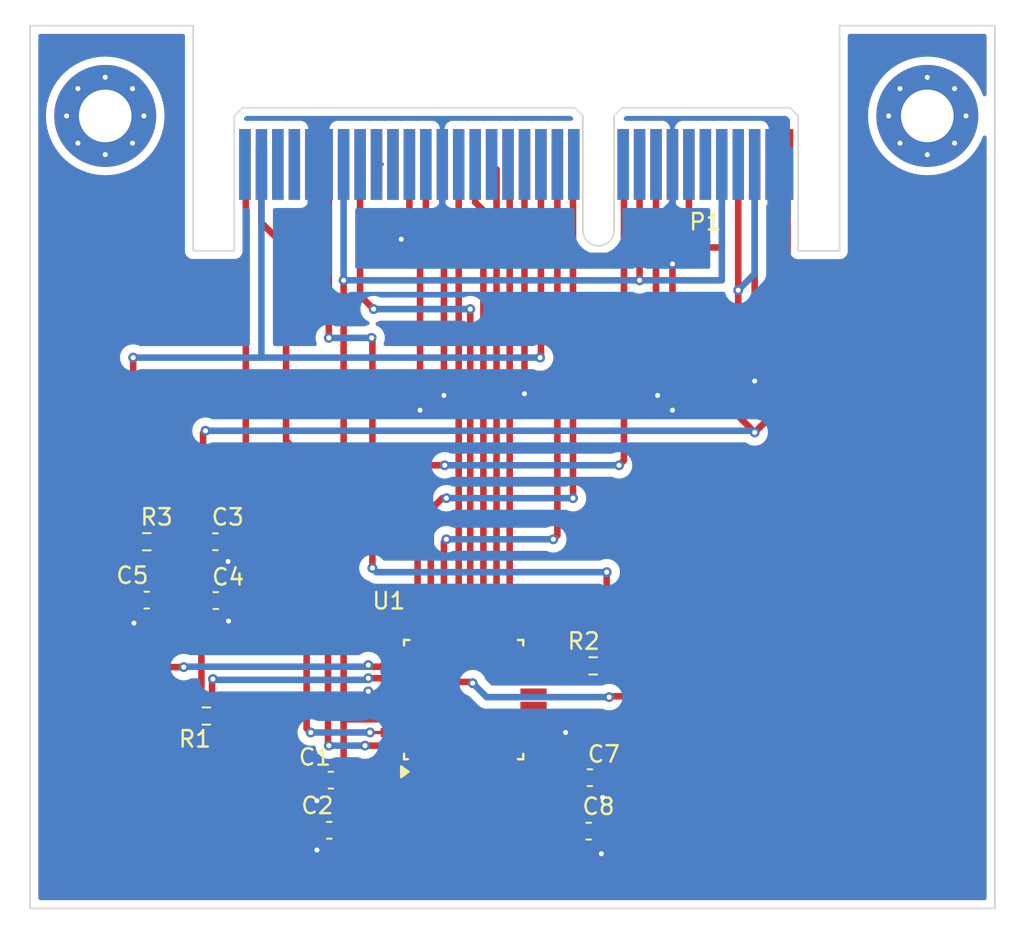
<source format=kicad_pcb>
(kicad_pcb (version 20240108) (generator "pcbnew") (generator_version "8.0")
  (layers (0 "F.Cu" signal) (31 "B.Cu" signal) (34 "B.Paste" user) (35 "F.Paste" user) (36 "B.SilkS" user "B.Silkscreen") (37 "F.SilkS" user "F.Silkscreen") (38 "B.Mask" user) (39 "F.Mask" user) (44 "Edge.Cuts" user))
  (net 0 "")
  (net 1 "GND")
  (net 2 "+3V3")
  (net 3 "/SHUNTH")
  (net 4 "Net-(U1-~{RESET})")
  (net 5 "/VDDCORE")
  (net 6 "Net-(P1-CLKOUT)")
  (net 7 "/XIN")
  (net 8 "/RST")
  (net 11 "/SWCLK")
  (net 12 "/GPIO4")
  (net 14 "/RX")
  (net 15 "/TX")
  (net 18 "/SWDIO")
  (net 21 "/GPIO3")
  (net 22 "/LED3")
  (net 27 "/LED1")
  (net 32 "/ENTRY")
  (net 33 "/LED2")
  (net 37 "+1V2")
  (net 51 "unconnected-(P1-TRACED2-PadA24)")
  (footprint "Resistor_SMD:R_0603_1608Metric" (layer "F.Cu") (at 156.88 87.645 180)
    (property "Reference" "R1" (at 0.7 -1.4 0) (layer "F.SilkS"))
    (property "Value" "22R_0603")
    (fp_line (start -0.237258 0.5225) (end 0.237258 0.5225) (stroke (width 0.12)) (layer "F.SilkS"))
    (fp_line (start -0.237258 -0.5225) (end 0.237258 -0.5225) (stroke (width 0.12)) (layer "F.SilkS"))
    (pad "1" smd roundrect (at -0.825 0 180) (size 0.8 0.95) (layers "F.Cu" "F.Paste" "F.Mask") (net 5 "/VDDCORE"))
    (pad "2" smd roundrect (at 0.825 0 180) (size 0.8 0.95) (layers "F.Cu" "F.Paste" "F.Mask") (net 3 "/SHUNTH"))
  )
  (footprint "Capacitor_SMD:C_0603_1608Metric" (layer "F.Cu") (at 157.455 80.62)
    (property "Reference" "C4" (at 0.75 -1.43 0) (layer "F.SilkS"))
    (property "Value" "CAP_2u2_16V_0603")
    (fp_line (start -0.14058 -0.51) (end 0.14058 -0.51) (stroke (width 0.12)) (layer "F.SilkS"))
    (fp_line (start -0.14058 0.51) (end 0.14058 0.51) (stroke (width 0.12)) (layer "F.SilkS"))
    (pad "1" smd roundrect (at -0.775 0) (size 0.9 0.95) (layers "F.Cu" "F.Paste" "F.Mask") (net 3 "/SHUNTH"))
    (pad "2" smd roundrect (at 0.775 0) (size 0.9 0.95) (layers "F.Cu" "F.Paste" "F.Mask") (net 1 "GND"))
  )
  (footprint "Capacitor_SMD:C_0603_1608Metric" (layer "F.Cu") (at 164.455 91.545 180)
    (property "Reference" "C1" (at 0.975 1.4 0) (layer "F.SilkS"))
    (property "Value" "CAP_100n_50V_0603")
    (fp_line (start -0.14058 0.51) (end 0.14058 0.51) (stroke (width 0.12)) (layer "F.SilkS"))
    (fp_line (start -0.14058 -0.51) (end 0.14058 -0.51) (stroke (width 0.12)) (layer "F.SilkS"))
    (pad "1" smd roundrect (at -0.775 0 180) (size 0.9 0.95) (layers "F.Cu" "F.Paste" "F.Mask") (net 2 "+3V3"))
    (pad "2" smd roundrect (at 0.775 0 180) (size 0.9 0.95) (layers "F.Cu" "F.Paste" "F.Mask") (net 1 "GND"))
  )
  (footprint "Resistor_SMD:R_0603_1608Metric" (layer "F.Cu") (at 180.405 84.595 180)
    (property "Reference" "R2" (at 0.575 1.5 0) (layer "F.SilkS"))
    (property "Value" "22R_0603")
    (fp_line (start -0.237258 0.5225) (end 0.237258 0.5225) (stroke (width 0.12)) (layer "F.SilkS"))
    (fp_line (start -0.237258 -0.5225) (end 0.237258 -0.5225) (stroke (width 0.12)) (layer "F.SilkS"))
    (pad "1" smd roundrect (at -0.825 0 180) (size 0.8 0.95) (layers "F.Cu" "F.Paste" "F.Mask") (net 6 "Net-(P1-CLKOUT)"))
    (pad "2" smd roundrect (at 0.825 0 180) (size 0.8 0.95) (layers "F.Cu" "F.Paste" "F.Mask") (net 7 "/XIN"))
  )
  (footprint "Capacitor_SMD:C_0603_1608Metric" (layer "F.Cu") (at 180.13 94.645)
    (property "Reference" "C8" (at 0.6 -1.5 0) (layer "F.SilkS"))
    (property "Value" "CAP_2u2_16V_0603")
    (fp_line (start -0.14058 -0.51) (end 0.14058 -0.51) (stroke (width 0.12)) (layer "F.SilkS"))
    (fp_line (start -0.14058 0.51) (end 0.14058 0.51) (stroke (width 0.12)) (layer "F.SilkS"))
    (pad "1" smd roundrect (at -0.775 0) (size 0.9 0.95) (layers "F.Cu" "F.Paste" "F.Mask") (net 2 "+3V3"))
    (pad "2" smd roundrect (at 0.775 0) (size 0.9 0.95) (layers "F.Cu" "F.Paste" "F.Mask") (net 1 "GND"))
  )
  (footprint "Capacitor_SMD:C_0603_1608Metric" (layer "F.Cu") (at 153.255 80.595 180)
    (property "Reference" "C5" (at 0.875 1.5 0) (layer "F.SilkS"))
    (property "Value" "CAP_100n_50V_0603")
    (fp_line (start -0.14058 0.51) (end 0.14058 0.51) (stroke (width 0.12)) (layer "F.SilkS"))
    (fp_line (start -0.14058 -0.51) (end 0.14058 -0.51) (stroke (width 0.12)) (layer "F.SilkS"))
    (pad "1" smd roundrect (at -0.775 0 180) (size 0.9 0.95) (layers "F.Cu" "F.Paste" "F.Mask") (net 4 "Net-(U1-~{RESET})"))
    (pad "2" smd roundrect (at 0.775 0 180) (size 0.9 0.95) (layers "F.Cu" "F.Paste" "F.Mask") (net 1 "GND"))
  )
  (footprint "Capacitor_SMD:C_0603_1608Metric" (layer "F.Cu") (at 157.43 77.045)
    (property "Reference" "C3" (at 0.75 -1.5 0) (layer "F.SilkS"))
    (property "Value" "CAP_100n_50V_0603")
    (fp_line (start -0.14058 -0.51) (end 0.14058 -0.51) (stroke (width 0.12)) (layer "F.SilkS"))
    (fp_line (start -0.14058 0.51) (end 0.14058 0.51) (stroke (width 0.12)) (layer "F.SilkS"))
    (pad "1" smd roundrect (at -0.775 0) (size 0.9 0.95) (layers "F.Cu" "F.Paste" "F.Mask") (net 3 "/SHUNTH"))
    (pad "2" smd roundrect (at 0.775 0) (size 0.9 0.95) (layers "F.Cu" "F.Paste" "F.Mask") (net 1 "GND"))
  )
  (footprint "tutorial_2_library:CW312_Template" (layer "F.Cu") (at 150.73 51.145)
    (property "Reference" "P1" (at 36.5 6.45 180) (layer "F.SilkS"))
    (property "Value" "PCIEx4 EDGE CONNECTOR")
    (fp_line (start -4.57 -5.49) (end -4.57 48.2) (stroke (width 0.1)) (layer "Edge.Cuts"))
    (fp_line (start 5.35 -5.49) (end -4.57 -5.49) (stroke (width 0.1)) (layer "Edge.Cuts"))
    (fp_line (start 5.35 8.2) (end 5.35 -5.49) (stroke (width 0.1)) (layer "Edge.Cuts"))
    (fp_line (start 7.85 0) (end 8.35 -0.5) (stroke (width 0.1)) (layer "Edge.Cuts"))
    (fp_line (start 7.85 8.2) (end 5.35 8.2) (stroke (width 0.1)) (layer "Edge.Cuts"))
    (fp_line (start 7.85 8.2) (end 7.85 0) (stroke (width 0.1)) (layer "Edge.Cuts"))
    (fp_line (start 28.55 -0.5) (end 8.35 -0.5) (stroke (width 0.1)) (layer "Edge.Cuts"))
    (fp_line (start 29.05 0) (end 28.55 -0.5) (stroke (width 0.1)) (layer "Edge.Cuts"))
    (fp_line (start 29.05 6.95) (end 29.05 0) (stroke (width 0.1)) (layer "Edge.Cuts"))
    (fp_line (start 30.95 0) (end 31.45 -0.5) (stroke (width 0.1)) (layer "Edge.Cuts"))
    (fp_line (start 30.95 6.95) (end 30.95 0) (stroke (width 0.1)) (layer "Edge.Cuts"))
    (fp_line (start 41.65 -0.5) (end 31.45 -0.5) (stroke (width 0.1)) (layer "Edge.Cuts"))
    (fp_line (start 42.15 0) (end 41.65 -0.5) (stroke (width 0.1)) (layer "Edge.Cuts"))
    (fp_line (start 42.15 8.21) (end 42.15 0) (stroke (width 0.1)) (layer "Edge.Cuts"))
    (fp_line (start 42.15 8.21) (end 44.66 8.21) (stroke (width 0.1)) (layer "Edge.Cuts"))
    (fp_line (start 44.66 -5.49) (end 54.11 -5.49) (stroke (width 0.1)) (layer "Edge.Cuts"))
    (fp_line (start 44.66 8.21) (end 44.66 -5.49) (stroke (width 0.1)) (layer "Edge.Cuts"))
    (fp_line (start 54.11 -5.49) (end 54.11 48.2) (stroke (width 0.1)) (layer "Edge.Cuts"))
    (fp_line (start 54.11 48.2) (end -4.57 48.2) (stroke (width 0.1)) (layer "Edge.Cuts"))
    (fp_arc (start 30.95 6.95) (mid 30 7.9) (end 29.05 6.95) (stroke (width 0.1)) (layer "Edge.Cuts"))
    (pad "A1" connect rect (at 41.5 3.5 180) (size 0.7 3.2) (layers "B.Cu" "B.Mask") (net 1 "GND"))
    (pad "A2" connect rect (at 40.5 2.95 180) (size 0.7 4.3) (layers "B.Cu" "B.Mask") (net 1 "GND"))
    (pad "A3" connect rect (at 39.5 2.95 180) (size 0.7 4.3) (layers "B.Cu" "B.Mask") (net 3 "/SHUNTH"))
    (pad "A4" connect rect (at 38.5 2.95 180) (size 0.7 4.3) (layers "B.Cu" "B.Mask"))
    (pad "A5" connect rect (at 37.5 2.95 180) (size 0.7 4.3) (layers "B.Cu" "B.Mask") (net 2 "+3V3"))
    (pad "A6" connect rect (at 36.5 2.95 180) (size 0.7 4.3) (layers "B.Cu" "B.Mask"))
    (pad "A7" connect rect (at 35.5 2.95 180) (size 0.7 4.3) (layers "B.Cu" "B.Mask"))
    (pad "A8" connect rect (at 34.5 2.95 180) (size 0.7 4.3) (layers "B.Cu" "B.Mask") (net 1 "GND"))
    (pad "A9" connect rect (at 33.5 2.95 180) (size 0.7 4.3) (layers "B.Cu" "B.Mask"))
    (pad "A10" connect rect (at 32.5 2.95 180) (size 0.7 4.3) (layers "B.Cu" "B.Mask"))
    (pad "A11" connect rect (at 31.5 2.95 180) (size 0.7 4.3) (layers "B.Cu" "B.Mask"))
    (pad "A12" connect rect (at 28.5 2.95 180) (size 0.7 4.3) (layers "B.Cu" "B.Mask"))
    (pad "A13" connect rect (at 27.5 2.95 180) (size 0.7 4.3) (layers "B.Cu" "B.Mask"))
    (pad "A14" connect rect (at 26.5 2.95 180) (size 0.7 4.3) (layers "B.Cu" "B.Mask"))
    (pad "A15" connect rect (at 25.5 2.95 180) (size 0.7 4.3) (layers "B.Cu" "B.Mask"))
    (pad "A16" connect rect (at 24.5 2.95 180) (size 0.7 4.3) (layers "B.Cu" "B.Mask"))
    (pad "A17" connect rect (at 23.5 2.95 180) (size 0.7 4.3) (layers "B.Cu" "B.Mask"))
    (pad "A18" connect rect (at 22.5 2.95 180) (size 0.7 4.3) (layers "B.Cu" "B.Mask"))
    (pad "A19" connect rect (at 21.5 2.95 180) (size 0.7 4.3) (layers "B.Cu" "B.Mask"))
    (pad "A20" connect rect (at 20.5 2.95 180) (size 0.7 4.3) (layers "B.Cu" "B.Mask") (net 1 "GND"))
    (pad "A21" connect rect (at 19.5 2.95 180) (size 0.7 4.3) (layers "B.Cu" "B.Mask"))
    (pad "A22" connect rect (at 18.5 2.95 180) (size 0.7 4.3) (layers "B.Cu" "B.Mask"))
    (pad "A23" connect rect (at 17.5 2.95 180) (size 0.7 4.3) (layers "B.Cu" "B.Mask"))
    (pad "A24" connect rect (at 16.5 2.95 180) (size 0.7 4.3) (layers "B.Cu" "B.Mask") (net 51 "unconnected-(P1-TRACED2-PadA24)"))
    (pad "A25" connect rect (at 15.5 2.95 180) (size 0.7 4.3) (layers "B.Cu" "B.Mask"))
    (pad "A26" connect rect (at 14.5 2.95 180) (size 0.7 4.3) (layers "B.Cu" "B.Mask") (net 2 "+3V3"))
    (pad "A27" connect rect (at 13.5 2.95 180) (size 0.7 4.3) (layers "B.Cu" "B.Mask") (net 1 "GND"))
    (pad "A28" connect rect (at 12.5 2.95 180) (size 0.7 4.3) (layers "B.Cu" "B.Mask") (net 1 "GND"))
    (pad "A29" connect rect (at 11.5 2.95 180) (size 0.7 4.3) (layers "B.Cu" "B.Mask"))
    (pad "A30" connect rect (at 10.5 2.95 180) (size 0.7 4.3) (layers "B.Cu" "B.Mask"))
    (pad "A31" connect rect (at 9.5 2.95 180) (size 0.7 4.3) (layers "B.Cu" "B.Mask") (net 8 "/RST"))
    (pad "A32" connect rect (at 8.5 2.95 180) (size 0.7 4.3) (layers "B.Cu" "B.Mask"))
    (pad "B1" connect rect (at 41.5 2.95 180) (size 0.7 4.3) (layers "F.Cu" "F.Mask") (net 5 "/VDDCORE"))
    (pad "B2" connect rect (at 40.5 2.95 180) (size 0.7 4.3) (layers "F.Cu" "F.Mask") (net 3 "/SHUNTH"))
    (pad "B3" connect rect (at 39.5 2.95 180) (size 0.7 4.3) (layers "F.Cu" "F.Mask") (net 1 "GND"))
    (pad "B4" connect rect (at 38.5 2.95 180) (size 0.7 4.3) (layers "F.Cu" "F.Mask") (net 3 "/SHUNTH"))
    (pad "B5" connect rect (at 37.5 2.95 180) (size 0.7 4.3) (layers "F.Cu" "F.Mask") (net 37 "+1V2"))
    (pad "B6" connect rect (at 36.5 2.95 180) (size 0.7 4.3) (layers "F.Cu" "F.Mask"))
    (pad "B7" connect rect (at 35.5 2.95 180) (size 0.7 4.3) (layers "F.Cu" "F.Mask") (net 37 "+1V2"))
    (pad "B8" connect rect (at 34.5 2.95 180) (size 0.7 4.3) (layers "F.Cu" "F.Mask"))
    (pad "B9" connect rect (at 33.5 2.95 180) (size 0.7 4.3) (layers "F.Cu" "F.Mask") (net 1 "GND"))
    (pad "B10" connect rect (at 32.5 2.95 180) (size 0.7 4.3) (layers "F.Cu" "F.Mask") (net 2 "+3V3"))
    (pad "B11" connect rect (at 31.5 2.95 180) (size 0.7 4.3) (layers "F.Cu" "F.Mask") (net 27 "/LED1"))
    (pad "B12" connect rect (at 28.5 2.95 180) (size 0.7 4.3) (layers "F.Cu" "F.Mask") (net 33 "/LED2"))
    (pad "B13" connect rect (at 27.5 2.95 180) (size 0.7 4.3) (layers "F.Cu" "F.Mask") (net 22 "/LED3"))
    (pad "B14" connect rect (at 26.5 2.95 180) (size 0.7 4.3) (layers "F.Cu" "F.Mask") (net 8 "/RST"))
    (pad "B15" connect rect (at 25.5 2.95 180) (size 0.7 4.3) (layers "F.Cu" "F.Mask") (net 1 "GND"))
    (pad "B16" connect rect (at 24.5 2.95 180) (size 0.7 4.3) (layers "F.Cu" "F.Mask") (net 15 "/TX"))
    (pad "B17" connect rect (at 23.5 2.95 180) (size 0.7 4.3) (layers "F.Cu" "F.Mask") (net 14 "/RX"))
    (pad "B18" connect rect (at 22.5 2.95 180) (size 0.7 4.3) (layers "F.Cu" "F.Mask") (net 21 "/GPIO3"))
    (pad "B19" connect rect (at 21.5 2.95 180) (size 0.7 4.3) (layers "F.Cu" "F.Mask") (net 12 "/GPIO4"))
    (pad "B20" connect rect (at 20.5 2.95 180) (size 0.7 4.3) (layers "F.Cu" "F.Mask"))
    (pad "B21" connect rect (at 19.5 2.95 180) (size 0.7 4.3) (layers "F.Cu" "F.Mask") (net 1 "GND"))
    (pad "B22" connect rect (at 18.5 2.95 180) (size 0.7 4.3) (layers "F.Cu" "F.Mask") (net 1 "GND"))
    (pad "B23" connect rect (at 17.5 2.95 180) (size 0.7 4.3) (layers "F.Cu" "F.Mask"))
    (pad "B24" connect rect (at 16.5 2.95 180) (size 0.7 4.3) (layers "F.Cu" "F.Mask"))
    (pad "B25" connect rect (at 15.5 2.95 180) (size 0.7 4.3) (layers "F.Cu" "F.Mask") (net 32 "/ENTRY"))
    (pad "B26" connect rect (at 14.5 2.95 180) (size 0.7 4.3) (layers "F.Cu" "F.Mask"))
    (pad "B27" connect rect (at 13.5 2.95 180) (size 0.7 4.3) (layers "F.Cu" "F.Mask") (net 6 "Net-(P1-CLKOUT)"))
    (pad "B28" connect rect (at 12.5 2.95 180) (size 0.7 4.3) (layers "F.Cu" "F.Mask"))
    (pad "B29" connect rect (at 11.5 2.95 180) (size 0.7 4.3) (layers "F.Cu" "F.Mask"))
    (pad "B30" connect rect (at 10.5 2.95 180) (size 0.7 4.3) (layers "F.Cu" "F.Mask"))
    (pad "B31" connect rect (at 9.5 3.5 180) (size 0.7 3.2) (layers "F.Cu" "F.Mask") (net 18 "/SWDIO"))
    (pad "B32" connect rect (at 8.5 2.95 180) (size 0.7 4.3) (layers "F.Cu" "F.Mask") (net 11 "/SWCLK"))
    (pad "MH" thru_hole circle (at -2.35 0) (size 1 1) (drill 0.3) (layers "*.Cu" "*.Mask"))
    (pad "MH" thru_hole circle (at -1.66 -1.66) (size 1 1) (drill 0.3) (layers "*.Cu" "*.Mask"))
    (pad "MH" thru_hole circle (at -1.66 1.66) (size 1 1) (drill 0.3) (layers "*.Cu" "*.Mask"))
    (pad "MH" thru_hole circle (at 0 -2.35) (size 1 1) (drill 0.3) (layers "*.Cu" "*.Mask"))
    (pad "MH" thru_hole circle (at 0 0) (size 6.2 6.2) (drill 3.2) (layers "*.Cu" "*.Mask"))
    (pad "MH" thru_hole circle (at 0 2.35) (size 1 1) (drill 0.3) (layers "*.Cu" "*.Mask"))
    (pad "MH" thru_hole circle (at 1.66 -1.66) (size 1 1) (drill 0.3) (layers "*.Cu" "*.Mask"))
    (pad "MH" thru_hole circle (at 1.66 1.66) (size 1 1) (drill 0.3) (layers "*.Cu" "*.Mask"))
    (pad "MH" thru_hole circle (at 2.35 0) (size 1 1) (drill 0.3) (layers "*.Cu" "*.Mask"))
    (pad "MH" thru_hole circle (at 47.65 0) (size 1 1) (drill 0.3) (layers "*.Cu" "*.Mask" "Eco2.User"))
    (pad "MH" thru_hole circle (at 48.34 -1.66) (size 1 1) (drill 0.3) (layers "*.Cu" "*.Mask"))
    (pad "MH" thru_hole circle (at 48.34 1.66) (size 1 1) (drill 0.3) (layers "*.Cu" "*.Mask"))
    (pad "MH" thru_hole circle (at 50 -2.34) (size 1 1) (drill 0.3) (layers "*.Cu" "*.Mask"))
    (pad "MH" thru_hole circle (at 50 0) (size 6.2 6.2) (drill 3.2) (layers "*.Cu" "*.Mask"))
    (pad "MH" thru_hole circle (at 50 2.36) (size 1 1) (drill 0.3) (layers "*.Cu" "*.Mask"))
    (pad "MH" thru_hole circle (at 51.66 -1.66) (size 1 1) (drill 0.3) (layers "*.Cu" "*.Mask"))
    (pad "MH" thru_hole circle (at 51.66 1.66) (size 1 1) (drill 0.3) (layers "*.Cu" "*.Mask"))
    (pad "MH" thru_hole circle (at 52.35 0) (size 1 1) (drill 0.3) (layers "*.Cu" "*.Mask"))
  )
  (footprint "Capacitor_SMD:C_0603_1608Metric" (layer "F.Cu") (at 164.355 94.595 180)
    (property "Reference" "C2" (at 0.725 1.5 0) (layer "F.SilkS"))
    (property "Value" "CAP_2u2_16V_0603")
    (fp_line (start -0.14058 0.51) (end 0.14058 0.51) (stroke (width 0.12)) (layer "F.SilkS"))
    (fp_line (start -0.14058 -0.51) (end 0.14058 -0.51) (stroke (width 0.12)) (layer "F.SilkS"))
    (pad "1" smd roundrect (at -0.775 0 180) (size 0.9 0.95) (layers "F.Cu" "F.Paste" "F.Mask") (net 2 "+3V3"))
    (pad "2" smd roundrect (at 0.775 0 180) (size 0.9 0.95) (layers "F.Cu" "F.Paste" "F.Mask") (net 1 "GND"))
  )
  (footprint "Resistor_SMD:R_0603_1608Metric" (layer "F.Cu") (at 153.255 77.045 180)
    (property "Reference" "R3" (at -0.6 1.5 0) (layer "F.SilkS"))
    (property "Value" "22R_0603")
    (fp_line (start -0.237258 0.5225) (end 0.237258 0.5225) (stroke (width 0.12)) (layer "F.SilkS"))
    (fp_line (start -0.237258 -0.5225) (end 0.237258 -0.5225) (stroke (width 0.12)) (layer "F.SilkS"))
    (pad "1" smd roundrect (at -0.825 0 180) (size 0.8 0.95) (layers "F.Cu" "F.Paste" "F.Mask") (net 4 "Net-(U1-~{RESET})"))
    (pad "2" smd roundrect (at 0.825 0 180) (size 0.8 0.95) (layers "F.Cu" "F.Paste" "F.Mask") (net 8 "/RST"))
  )
  (footprint "Capacitor_SMD:C_0603_1608Metric" (layer "F.Cu") (at 180.205 91.395)
    (property "Reference" "C7" (at 0.85 -1.43 0) (layer "F.SilkS"))
    (property "Value" "CAP_100n_50V_0603")
    (fp_line (start -0.14058 -0.51) (end 0.14058 -0.51) (stroke (width 0.12)) (layer "F.SilkS"))
    (fp_line (start -0.14058 0.51) (end 0.14058 0.51) (stroke (width 0.12)) (layer "F.SilkS"))
    (pad "1" smd roundrect (at -0.775 0) (size 0.9 0.95) (layers "F.Cu" "F.Paste" "F.Mask") (net 2 "+3V3"))
    (pad "2" smd roundrect (at 0.775 0) (size 0.9 0.95) (layers "F.Cu" "F.Paste" "F.Mask") (net 1 "GND"))
  )
  (footprint "Package_QFP:TQFP-32_7x7mm_P0.8mm" (layer "F.Cu") (at 172.53 86.645 90)
    (property "Reference" "U1" (at 6 -4.55 180) (layer "F.SilkS"))
    (property "Value" "ATSMAL11E16A-AU")
    (fp_line (start 3.625 -3.625) (end 3.3 -3.625) (stroke (width 0.15)) (layer "F.SilkS"))
    (fp_line (start 3.625 -3.625) (end 3.625 -3.3) (stroke (width 0.15)) (layer "F.SilkS"))
    (fp_line (start -3.625 -3.625) (end -3.3 -3.625) (stroke (width 0.15)) (layer "F.SilkS"))
    (fp_line (start -3.625 -3.625) (end -3.625 -3.4) (stroke (width 0.15)) (layer "F.SilkS"))
    (fp_line (start 3.625 3.625) (end 3.625 3.3) (stroke (width 0.15)) (layer "F.SilkS"))
    (fp_line (start 3.625 3.625) (end 3.3 3.625) (stroke (width 0.15)) (layer "F.SilkS"))
    (fp_line (start -3.625 3.625) (end -3.625 3.3) (stroke (width 0.15)) (layer "F.SilkS"))
    (fp_line (start -3.625 3.625) (end -3.3 3.625) (stroke (width 0.15)) (layer "F.SilkS"))
    (fp_poly (pts (xy -4.39 -3.34) (xy -4.73 -3.81) (xy -4.05 -3.81) (xy -4.39 -3.34)) (stroke (width 0.12)) (fill solid) (layer "F.SilkS"))
    (pad "1" smd rect (at -4.25 -2.8 90) (size 1.6 0.55) (layers "F.Cu" "F.Paste" "F.Mask"))
    (pad "2" smd rect (at -4.25 -2 90) (size 1.6 0.55) (layers "F.Cu" "F.Paste" "F.Mask"))
    (pad "3" smd rect (at -4.25 -1.2 90) (size 1.6 0.55) (layers "F.Cu" "F.Paste" "F.Mask"))
    (pad "4" smd rect (at -4.25 -0.4 90) (size 1.6 0.55) (layers "F.Cu" "F.Paste" "F.Mask"))
    (pad "5" smd rect (at -4.25 0.4 90) (size 1.6 0.55) (layers "F.Cu" "F.Paste" "F.Mask"))
    (pad "6" smd rect (at -4.25 1.2 90) (size 1.6 0.55) (layers "F.Cu" "F.Paste" "F.Mask"))
    (pad "7" smd rect (at -4.25 2 90) (size 1.6 0.55) (layers "F.Cu" "F.Paste" "F.Mask"))
    (pad "8" smd rect (at -4.25 2.8 90) (size 1.6 0.55) (layers "F.Cu" "F.Paste" "F.Mask"))
    (pad "9" smd rect (at -2.8 4.25 180) (size 1.6 0.55) (layers "F.Cu" "F.Paste" "F.Mask") (net 2 "+3V3"))
    (pad "10" smd rect (at -2 4.25 180) (size 1.6 0.55) (layers "F.Cu" "F.Paste" "F.Mask") (net 1 "GND"))
    (pad "11" smd rect (at -1.2 4.25 180) (size 1.6 0.55) (layers "F.Cu" "F.Paste" "F.Mask"))
    (pad "12" smd rect (at -0.4 4.25 180) (size 1.6 0.55) (layers "F.Cu" "F.Paste" "F.Mask"))
    (pad "13" smd rect (at 0.4 4.25 180) (size 1.6 0.55) (layers "F.Cu" "F.Paste" "F.Mask"))
    (pad "14" smd rect (at 1.2 4.25 180) (size 1.6 0.55) (layers "F.Cu" "F.Paste" "F.Mask"))
    (pad "15" smd rect (at 2 4.25 180) (size 1.6 0.55) (layers "F.Cu" "F.Paste" "F.Mask") (net 7 "/XIN"))
    (pad "16" smd rect (at 2.8 4.25 180) (size 1.6 0.55) (layers "F.Cu" "F.Paste" "F.Mask"))
    (pad "17" smd rect (at 4.25 2.8 90) (size 1.6 0.55) (layers "F.Cu" "F.Paste" "F.Mask") (net 15 "/TX"))
    (pad "18" smd rect (at 4.25 2 90) (size 1.6 0.55) (layers "F.Cu" "F.Paste" "F.Mask") (net 14 "/RX"))
    (pad "19" smd rect (at 4.25 1.2 90) (size 1.6 0.55) (layers "F.Cu" "F.Paste" "F.Mask") (net 21 "/GPIO3"))
    (pad "20" smd rect (at 4.25 0.4 90) (size 1.6 0.55) (layers "F.Cu" "F.Paste" "F.Mask") (net 32 "/ENTRY"))
    (pad "21" smd rect (at 4.25 -0.4 90) (size 1.6 0.55) (layers "F.Cu" "F.Paste" "F.Mask") (net 12 "/GPIO4"))
    (pad "22" smd rect (at 4.25 -1.2 90) (size 1.6 0.55) (layers "F.Cu" "F.Paste" "F.Mask") (net 22 "/LED3"))
    (pad "23" smd rect (at 4.25 -2 90) (size 1.6 0.55) (layers "F.Cu" "F.Paste" "F.Mask") (net 33 "/LED2"))
    (pad "24" smd rect (at 4.25 -2.8 90) (size 1.6 0.55) (layers "F.Cu" "F.Paste" "F.Mask") (net 27 "/LED1"))
    (pad "25" smd rect (at 2.8 -4.25 180) (size 1.6 0.55) (layers "F.Cu" "F.Paste" "F.Mask"))
    (pad "26" smd rect (at 2 -4.25 180) (size 1.6 0.55) (layers "F.Cu" "F.Paste" "F.Mask") (net 4 "Net-(U1-~{RESET})"))
    (pad "27" smd rect (at 1.2 -4.25 180) (size 1.6 0.55) (layers "F.Cu" "F.Paste" "F.Mask") (net 5 "/VDDCORE"))
    (pad "28" smd rect (at 0.4 -4.25 180) (size 1.6 0.55) (layers "F.Cu" "F.Paste" "F.Mask") (net 1 "GND"))
    (pad "29" smd rect (at -0.4 -4.25 180) (size 1.6 0.55) (layers "F.Cu" "F.Paste" "F.Mask"))
    (pad "30" smd rect (at -1.2 -4.25 180) (size 1.6 0.55) (layers "F.Cu" "F.Paste" "F.Mask") (net 2 "+3V3"))
    (pad "31" smd rect (at -2 -4.25 180) (size 1.6 0.55) (layers "F.Cu" "F.Paste" "F.Mask") (net 11 "/SWCLK"))
    (pad "32" smd rect (at -2.8 -4.25 180) (size 1.6 0.55) (layers "F.Cu" "F.Paste" "F.Mask") (net 18 "/SWDIO"))
  )
  (segment (start 184.23 62.545) (end 184.23 54.095) (width 0.4) (layer "F.Cu") (net 1))
  (segment (start 169.23 57.82) (end 169.23 54.095) (width 0.4) (layer "F.Cu") (net 1))
  (segment (start 176.23 68.045) (end 176.23 54.095) (width 0.4) (layer "F.Cu") (net 1))
  (segment (start 171.33 59.92) (end 169.23 57.82) (width 0.4) (layer "F.Cu") (net 1))
  (segment (start 184.23 68.045) (end 184.33 68.145) (width 0.4) (layer "F.Cu") (net 1))
  (segment (start 169.88 59.795) (end 169.88 69.045) (width 0.4) (layer "F.Cu") (net 1))
  (segment (start 163.58 94.595) (end 163.58 95.77) (width 0.2) (layer "F.Cu") (net 1))
  (segment (start 158.205 78.245) (end 158.205 77.045) (width 0.4) (layer "F.Cu") (net 1))
  (segment (start 158.23 81.87) (end 158.23 80.62) (width 0.4) (layer "F.Cu") (net 1))
  (segment (start 163.68 92.72) (end 163.605 92.795) (width 0.2) (layer "F.Cu") (net 1))
  (segment (start 190.23 67.27) (end 190.23 54.095) (width 0.4) (layer "F.Cu") (net 1))
  (segment (start 185.23 60.145) (end 185.23 69.045) (width 0.4) (layer "F.Cu") (net 1))
  (segment (start 163.58 95.77) (end 163.605 95.795) (width 0.2) (layer "F.Cu") (net 1))
  (segment (start 180.905 96.02) (end 180.905 94.645) (width 0.4) (layer "F.Cu") (net 1))
  (segment (start 163.68 91.545) (end 163.68 92.72) (width 0.2) (layer "F.Cu") (net 1))
  (segment (start 168.73 58.645) (end 169.88 59.795) (width 0.4) (layer "F.Cu") (net 1))
  (segment (start 170.23 54.095) (end 170.23 58.645) (width 0.4) (layer "F.Cu") (net 1))
  (segment (start 176.78 88.645) (end 178.73 88.645) (width 0.2) (layer "F.Cu") (net 1))
  (segment (start 168.28 86.245) (end 166.83 86.245) (width 0.2) (layer "F.Cu") (net 1))
  (segment (start 184.23 62.545) (end 184.23 68.045) (width 0.4) (layer "F.Cu") (net 1))
  (segment (start 166.83 86.245) (end 166.73 86.145) (width 0.2) (layer "F.Cu") (net 1))
  (segment (start 180.98 91.395) (end 180.98 92.595) (width 0.4) (layer "F.Cu") (net 1))
  (segment (start 152.48 81.995) (end 152.48 80.595) (width 0.4) (layer "F.Cu") (net 1))
  (segment (start 171.33 68.145) (end 171.33 59.92) (width 0.4) (layer "F.Cu") (net 1))
  (via (at 185.23 60.145) (size 0.6) (drill 0.3) (layers "F.Cu" "B.Cu") (net 1))
  (via (at 180.905 96.02) (size 0.6) (drill 0.3) (layers "F.Cu" "B.Cu") (net 1))
  (via (at 185.23 69.045) (size 0.6) (drill 0.3) (layers "F.Cu" "B.Cu") (net 1))
  (via (at 180.98 92.595) (size 0.6) (drill 0.3) (layers "F.Cu" "B.Cu") (net 1))
  (via (at 158.23 81.87) (size 0.6) (drill 0.3) (layers "F.Cu" "B.Cu") (net 1))
  (via (at 184.33 68.145) (size 0.6) (drill 0.3) (layers "F.Cu" "B.Cu") (net 1))
  (via (at 171.33 68.145) (size 0.6) (drill 0.3) (layers "F.Cu" "B.Cu") (net 1))
  (via (at 178.73 88.645) (size 0.6) (drill 0.3) (layers "F.Cu" "B.Cu") (net 1))
  (via (at 158.205 78.245) (size 0.6) (drill 0.3) (layers "F.Cu" "B.Cu") (net 1))
  (via (at 163.605 92.795) (size 0.6) (drill 0.3) (layers "F.Cu" "B.Cu") (net 1))
  (via (at 169.88 69.045) (size 0.6) (drill 0.3) (layers "F.Cu" "B.Cu") (net 1))
  (via (at 190.23 67.27) (size 0.6) (drill 0.3) (layers "F.Cu" "B.Cu") (net 1))
  (via (at 166.73 86.145) (size 0.6) (drill 0.3) (layers "F.Cu" "B.Cu") (net 1))
  (via (at 163.605 95.795) (size 0.6) (drill 0.3) (layers "F.Cu" "B.Cu") (net 1))
  (via (at 176.23 68.045) (size 0.6) (drill 0.3) (layers "F.Cu" "B.Cu") (net 1))
  (via (at 168.73 58.645) (size 0.6) (drill 0.3) (layers "F.Cu" "B.Cu") (net 1))
  (via (at 152.48 81.995) (size 0.6) (drill 0.3) (layers "F.Cu" "B.Cu") (net 1))
  (segment (start 171.23 58.645) (end 171.23 54.095) (width 0.4) (layer "B.Cu") (net 1))
  (segment (start 171.33 68.145) (end 176.13 68.145) (width 0.4) (layer "B.Cu") (net 1))
  (segment (start 163.23 54.095) (end 163.23 58.645) (width 0.4) (layer "B.Cu") (net 1))
  (segment (start 185.23 69.045) (end 191.605 69.045) (width 0.4) (layer "B.Cu") (net 1))
  (segment (start 190.23 67.27) (end 189.355 68.145) (width 0.4) (layer "B.Cu") (net 1))
  (segment (start 168.73 58.645) (end 171.23 58.645) (width 0.4) (layer "B.Cu") (net 1))
  (segment (start 176.43 68.045) (end 176.23 68.045) (width 0.4) (layer "B.Cu") (net 1))
  (segment (start 163.23 58.645) (end 164.23 58.645) (width 0.4) (layer "B.Cu") (net 1))
  (segment (start 192.23 57.295) (end 192.23 54.645) (width 0.4) (layer "B.Cu") (net 1))
  (segment (start 184.33 68.145) (end 176.53 68.145) (width 0.4) (layer "B.Cu") (net 1))
  (segment (start 191.205 54.12) (end 191.205 57.52) (width 0.4) (layer "B.Cu") (net 1))
  (segment (start 176.53 68.145) (end 176.43 68.045) (width 0.4) (layer "B.Cu") (net 1))
  (segment (start 176.13 68.145) (end 176.23 68.045) (width 0.4) (layer "B.Cu") (net 1))
  (segment (start 182.01905 59.65595) (end 174.64095 59.65595) (width 0.4) (layer "B.Cu") (net 1))
  (segment (start 192.005 57.52) (end 192.23 57.295) (width 0.4) (layer "B.Cu") (net 1))
  (segment (start 191.755 68.895) (end 191.755 57.545) (width 0.4) (layer "B.Cu") (net 1))
  (segment (start 174.64095 59.65595) (end 173.63 58.645) (width 0.4) (layer "B.Cu") (net 1))
  (segment (start 164.23 58.645) (end 164.23 54.095) (width 0.4) (layer "B.Cu") (net 1))
  (segment (start 185.23 56.445) (end 182.01905 59.65595) (width 0.4) (layer "B.Cu") (net 1))
  (segment (start 191.755 57.545) (end 191.78 57.52) (width 0.4) (layer "B.Cu") (net 1))
  (segment (start 191.78 57.52) (end 192.005 57.52) (width 0.4) (layer "B.Cu") (net 1))
  (segment (start 185.23 54.095) (end 185.23 60.145) (width 0.4) (layer "B.Cu") (net 1))
  (segment (start 169.88 69.045) (end 185.23 69.045) (width 0.4) (layer "B.Cu") (net 1))
  (segment (start 185.23 54.095) (end 185.23 56.445) (width 0.4) (layer "B.Cu") (net 1))
  (segment (start 191.23 54.095) (end 191.205 54.12) (width 0.2) (layer "B.Cu") (net 1))
  (segment (start 173.63 58.645) (end 171.23 58.645) (width 0.4) (layer "B.Cu") (net 1))
  (segment (start 191.605 69.045) (end 191.755 68.895) (width 0.4) (layer "B.Cu") (net 1))
  (segment (start 189.355 68.145) (end 184.33 68.145) (width 0.4) (layer "B.Cu") (net 1))
  (segment (start 191.205 57.52) (end 191.78 57.52) (width 0.4) (layer "B.Cu") (net 1))
  (segment (start 165.33 87.845) (end 168.28 87.845) (width 0.4) (layer "F.Cu") (net 2))
  (segment (start 179.43 91.395) (end 179.43 94.57) (width 0.4) (layer "F.Cu") (net 2))
  (segment (start 183.23 54.095) (end 183.23 61.145) (width 0.4) (layer "F.Cu") (net 2))
  (segment (start 165.23 94.745) (end 165.28 94.795) (width 0.4) (layer "F.Cu") (net 2))
  (segment (start 176.78 89.445) (end 179.43 89.445) (width 0.4) (layer "F.Cu") (net 2))
  (segment (start 167.78 87.845) (end 167.73 87.895) (width 0.4) (layer "F.Cu") (net 2))
  (segment (start 165.28 94.795) (end 165.405 94.795) (width 0.4) (layer "F.Cu") (net 2))
  (segment (start 165.23 87.745) (end 165.33 87.845) (width 0.4) (layer "F.Cu") (net 2))
  (segment (start 165.23 87.745) (end 165.23 91.545) (width 0.4) (layer "F.Cu") (net 2))
  (segment (start 165.23 61.145) (end 165.23 87.745) (width 0.4) (layer "F.Cu") (net 2))
  (segment (start 165.23 91.545) (end 165.23 94.745) (width 0.4) (layer "F.Cu") (net 2))
  (segment (start 168.28 87.845) (end 167.78 87.845) (width 0.4) (layer "F.Cu") (net 2))
  (segment (start 165.13 94.595) (end 179.205 94.595) (width 0.4) (layer "F.Cu") (net 2))
  (segment (start 179.43 89.445) (end 179.43 91.395) (width 0.4) (layer "F.Cu") (net 2))
  (via (at 183.23 61.145) (size 0.6) (drill 0.3) (layers "F.Cu" "B.Cu") (net 2))
  (via (at 165.23 61.145) (size 0.6) (drill 0.3) (layers "F.Cu" "B.Cu") (net 2))
  (segment (start 165.23 61.145) (end 165.23 58.645) (width 0.4) (layer "B.Cu") (net 2))
  (segment (start 165.23 58.645) (end 165.23 54.095) (width 0.4) (layer "B.Cu") (net 2))
  (segment (start 183.23 61.145) (end 165.23 61.145) (width 0.4) (layer "B.Cu") (net 2))
  (segment (start 188.23 54.095) (end 188.23 61.145) (width 0.4) (layer "B.Cu") (net 2))
  (segment (start 188.23 61.145) (end 183.23 61.145) (width 0.4) (layer "B.Cu") (net 2))
  (segment (start 190.23 70.395) (end 189.23 69.395) (width 0.4) (layer "F.Cu") (net 3))
  (segment (start 156.055 87.645) (end 156.58 87.645) (width 0.4) (layer "F.Cu") (net 3))
  (segment (start 156.68 77.07) (end 156.655 77.045) (width 0.2) (layer "F.Cu") (net 3))
  (segment (start 156.68 70.445) (end 156.83 70.295) (width 0.4) (layer "F.Cu") (net 3))
  (segment (start 190.23 70.395) (end 191.23 69.395) (width 0.4) (layer "F.Cu") (net 3))
  (segment (start 156.755 80.695) (end 156.68 80.62) (width 0.2) (layer "F.Cu") (net 3))
  (segment (start 156.58 80.845) (end 156.63 80.795) (width 0.4) (layer "F.Cu") (net 3))
  (segment (start 156.63 77.02) (end 156.655 77.045) (width 0.4) (layer "F.Cu") (net 3))
  (segment (start 156.68 80.62) (end 156.68 70.445) (width 0.4) (layer "F.Cu") (net 3))
  (segment (start 156.58 87.645) (end 156.58 80.845) (width 0.4) (layer "F.Cu") (net 3))
  (segment (start 156.68 80.62) (end 156.655 80.645) (width 0.2) (layer "F.Cu") (net 3))
  (segment (start 191.23 69.395) (end 191.23 54.095) (width 0.4) (layer "F.Cu") (net 3))
  (segment (start 156.53 80.795) (end 156.63 80.695) (width 0.4) (layer "F.Cu") (net 3))
  (segment (start 189.23 61.745) (end 189.23 54.095) (width 0.4) (layer "F.Cu") (net 3))
  (segment (start 189.23 69.395) (end 189.23 61.745) (width 0.4) (layer "F.Cu") (net 3))
  (via (at 156.83 70.295) (size 0.6) (drill 0.3) (layers "F.Cu" "B.Cu") (net 3))
  (via (at 190.23 70.395) (size 0.6) (drill 0.3) (layers "F.Cu" "B.Cu") (net 3))
  (via (at 189.23 61.745) (size 0.6) (drill 0.3) (layers "F.Cu" "B.Cu") (net 3))
  (segment (start 190.13 70.295) (end 190.23 70.395) (width 0.4) (layer "B.Cu") (net 3))
  (segment (start 190.23 54.095) (end 190.23 60.745) (width 0.4) (layer "B.Cu") (net 3))
  (segment (start 156.83 70.295) (end 190.13 70.295) (width 0.4) (layer "B.Cu") (net 3))
  (segment (start 190.23 60.745) (end 189.23 61.745) (width 0.4) (layer "B.Cu") (net 3))
  (segment (start 166.73 84.544994) (end 166.83 84.644994) (width 0.4) (layer "F.Cu") (net 4))
  (segment (start 168.179994 84.544994) (end 168.28 84.645) (width 0.2) (layer "F.Cu") (net 4))
  (segment (start 154.03 84.595) (end 154.105 84.67) (width 0.4) (layer "F.Cu") (net 4))
  (segment (start 154.03 80.595) (end 154.08 80.545) (width 0.2) (layer "F.Cu") (net 4))
  (segment (start 155.505 84.57) (end 155.505 84.67) (width 0.2) (layer "F.Cu") (net 4))
  (segment (start 154.08 80.545) (end 154.08 77.045) (width 0.4) (layer "F.Cu") (net 4))
  (segment (start 154.03 80.595) (end 154.03 84.595) (width 0.4) (layer "F.Cu") (net 4))
  (segment (start 154.105 84.67) (end 155.505 84.67) (width 0.4) (layer "F.Cu") (net 4))
  (segment (start 166.83 84.644994) (end 168.179994 84.644994) (width 0.4) (layer "F.Cu") (net 4))
  (via (at 166.73 84.544994) (size 0.6) (drill 0.3) (layers "F.Cu" "B.Cu") (net 4))
  (via (at 155.505 84.67) (size 0.6) (drill 0.3) (layers "F.Cu" "B.Cu") (net 4))
  (segment (start 166.629994 84.645) (end 166.73 84.544994) (width 0.4) (layer "B.Cu") (net 4))
  (segment (start 155.505 84.67) (end 155.53 84.645) (width 0.4) (layer "B.Cu") (net 4))
  (segment (start 166.729994 84.545) (end 166.73 84.544994) (width 0.2) (layer "B.Cu") (net 4))
  (segment (start 155.53 84.645) (end 166.629994 84.645) (width 0.4) (layer "B.Cu") (net 4))
  (segment (start 157.23 87.695) (end 157.655 87.695) (width 0.4) (layer "F.Cu") (net 5))
  (segment (start 181.43 86.445) (end 181.38 86.495) (width 0.4) (layer "F.Cu") (net 5))
  (segment (start 168.179997 85.344997) (end 168.28 85.445) (width 0.2) (layer "F.Cu") (net 5))
  (segment (start 173.005 85.57) (end 168.405 85.57) (width 0.4) (layer "F.Cu") (net 5))
  (segment (start 168.405 85.57) (end 168.28 85.445) (width 0.4) (layer "F.Cu") (net 5))
  (segment (start 188.43 86.445) (end 181.43 86.445) (width 0.4) (layer "F.Cu") (net 5))
  (segment (start 157.28 85.395) (end 157.23 85.445) (width 0.4) (layer "F.Cu") (net 5))
  (segment (start 157.23 85.445) (end 157.23 87.695) (width 0.4) (layer "F.Cu") (net 5))
  (segment (start 157.655 87.695) (end 157.705 87.645) (width 0.4) (layer "F.Cu") (net 5))
  (segment (start 192.23 54.095) (end 192.23 82.645) (width 0.4) (layer "F.Cu") (net 5))
  (segment (start 192.23 82.645) (end 188.43 86.445) (width 0.4) (layer "F.Cu") (net 5))
  (segment (start 166.73 85.344997) (end 168.179997 85.344997) (width 0.4) (layer "F.Cu") (net 5))
  (segment (start 173.08 85.645) (end 173.005 85.57) (width 0.4) (layer "F.Cu") (net 5))
  (via (at 181.38 86.495) (size 0.6) (drill 0.3) (layers "F.Cu" "B.Cu") (net 5))
  (via (at 173.08 85.645) (size 0.6) (drill 0.3) (layers "F.Cu" "B.Cu") (net 5))
  (via (at 166.73 85.344997) (size 0.6) (drill 0.3) (layers "F.Cu" "B.Cu") (net 5))
  (via (at 157.28 85.395) (size 0.6) (drill 0.3) (layers "F.Cu" "B.Cu") (net 5))
  (segment (start 157.28 85.395) (end 157.33 85.445) (width 0.4) (layer "B.Cu") (net 5))
  (segment (start 166.73 85.344997) (end 166.629997 85.445) (width 0.2) (layer "B.Cu") (net 5))
  (segment (start 157.33 85.445) (end 166.629997 85.445) (width 0.4) (layer "B.Cu") (net 5))
  (segment (start 173.93 86.495) (end 181.38 86.495) (width 0.4) (layer "B.Cu") (net 5))
  (segment (start 173.08 85.645) (end 173.93 86.495) (width 0.4) (layer "B.Cu") (net 5))
  (segment (start 164.305 54.17) (end 164.23 54.095) (width 0.4) (layer "F.Cu") (net 6))
  (segment (start 164.33 54.195) (end 164.23 54.095) (width 0.4) (layer "F.Cu") (net 6))
  (segment (start 166.98 64.67) (end 166.955 64.67) (width 0.4) (layer "F.Cu") (net 6))
  (segment (start 164.33 64.645) (end 164.33 54.195) (width 0.4) (layer "F.Cu") (net 6))
  (segment (start 166.955 64.67) (end 166.93 64.645) (width 0.4) (layer "F.Cu") (net 6))
  (segment (start 181.23 78.895) (end 181.23 84.595) (width 0.4) (layer "F.Cu") (net 6))
  (segment (start 166.98 64.67) (end 166.98 78.645) (width 0.4) (layer "F.Cu") (net 6))
  (via (at 166.93 64.645) (size 0.6) (drill 0.3) (layers "F.Cu" "B.Cu") (net 6))
  (via (at 166.98 78.645) (size 0.6) (drill 0.3) (layers "F.Cu" "B.Cu") (net 6))
  (via (at 164.33 64.645) (size 0.6) (drill 0.3) (layers "F.Cu" "B.Cu") (net 6))
  (via (at 181.23 78.895) (size 0.6) (drill 0.3) (layers "F.Cu" "B.Cu") (net 6))
  (segment (start 167.23 78.895) (end 166.98 78.645) (width 0.4) (layer "B.Cu") (net 6))
  (segment (start 181.23 78.895) (end 167.23 78.895) (width 0.4) (layer "B.Cu") (net 6))
  (segment (start 166.93 64.645) (end 164.33 64.645) (width 0.4) (layer "B.Cu") (net 6))
  (segment (start 179.53 84.645) (end 179.58 84.595) (width 0.4) (layer "F.Cu") (net 7))
  (segment (start 176.78 84.645) (end 179.53 84.645) (width 0.4) (layer "F.Cu") (net 7))
  (segment (start 177.18 65.845) (end 177.23 65.795) (width 0.4) (layer "F.Cu") (net 8))
  (segment (start 152.43 65.845) (end 152.43 77.045) (width 0.4) (layer "F.Cu") (net 8))
  (segment (start 177.23 65.795) (end 177.23 54.095) (width 0.4) (layer "F.Cu") (net 8))
  (via (at 152.43 65.845) (size 0.6) (drill 0.3) (layers "F.Cu" "B.Cu") (net 8))
  (via (at 177.18 65.845) (size 0.6) (drill 0.3) (layers "F.Cu" "B.Cu") (net 8))
  (segment (start 160.23 65.845) (end 160.23 54.095) (width 0.4) (layer "B.Cu") (net 8))
  (segment (start 152.43 65.845) (end 177.18 65.845) (width 0.4) (layer "B.Cu") (net 8))
  (segment (start 161.755 73.87) (end 161.705 73.87) (width 0.4) (layer "F.Cu") (net 11))
  (segment (start 162.98 75.095) (end 161.755 73.87) (width 0.4) (layer "F.Cu") (net 11))
  (segment (start 161.705 73.87) (end 159.28 71.445) (width 0.4) (layer "F.Cu") (net 11))
  (segment (start 168.28 88.645) (end 166.83 88.645) (width 0.2) (layer "F.Cu") (net 11))
  (segment (start 159.28 71.445) (end 159.28 54.095) (width 0.4) (layer "F.Cu") (net 11))
  (segment (start 163.23 88.645) (end 162.98 88.395) (width 0.4) (layer "F.Cu") (net 11))
  (segment (start 162.98 88.395) (end 162.98 75.095) (width 0.4) (layer "F.Cu") (net 11))
  (via (at 163.23 88.645) (size 0.6) (drill 0.3) (layers "F.Cu" "B.Cu") (net 11))
  (via (at 166.83 88.645) (size 0.6) (drill 0.3) (layers "F.Cu" "B.Cu") (net 11))
  (segment (start 163.23 88.743529) (end 163.23 88.645) (width 0.2) (layer "B.Cu") (net 11))
  (segment (start 166.83 88.645) (end 163.23 88.645) (width 0.4) (layer "B.Cu") (net 11))
  (segment (start 172.23 54.095) (end 172.23 82.295) (width 0.4) (layer "F.Cu") (net 12))
  (segment (start 172.23 82.295) (end 172.13 82.395) (width 0.2) (layer "F.Cu") (net 12))
  (segment (start 174.53 82.395) (end 174.53 54.395) (width 0.4) (layer "F.Cu") (net 14))
  (segment (start 174.53 54.395) (end 174.23 54.095) (width 0.2) (layer "F.Cu") (net 14))
  (segment (start 175.33 54.195) (end 175.23 54.095) (width 0.2) (layer "F.Cu") (net 15))
  (segment (start 175.33 82.395) (end 175.33 54.195) (width 0.4) (layer "F.Cu") (net 15))
  (segment (start 161.73 70.895) (end 161.73 59.145) (width 0.4) (layer "F.Cu") (net 18))
  (segment (start 161.73 59.145) (end 160.23 57.645) (width 0.4) (layer "F.Cu") (net 18))
  (segment (start 168.28 89.445) (end 166.53 89.445) (width 0.4) (layer "F.Cu") (net 18))
  (segment (start 164.28 86.645) (end 164.28 73.445) (width 0.4) (layer "F.Cu") (net 18))
  (segment (start 160.23 57.645) (end 160.23 54.645) (width 0.4) (layer "F.Cu") (net 18))
  (segment (start 164.28 73.445) (end 161.73 70.895) (width 0.4) (layer "F.Cu") (net 18))
  (segment (start 164.28 86.645) (end 164.28 89.395) (width 0.4) (layer "F.Cu") (net 18))
  (segment (start 164.28 89.395) (end 164.33 89.445) (width 0.4) (layer "F.Cu") (net 18))
  (via (at 166.53 89.445) (size 0.6) (drill 0.3) (layers "F.Cu" "B.Cu") (net 18))
  (via (at 164.33 89.445) (size 0.6) (drill 0.3) (layers "F.Cu" "B.Cu") (net 18))
  (segment (start 166.53 89.445) (end 164.33 89.445) (width 0.4) (layer "B.Cu") (net 18))
  (segment (start 173.23 56.395) (end 173.23 54.095) (width 0.4) (layer "F.Cu") (net 21))
  (segment (start 173.73 56.895) (end 173.23 56.395) (width 0.4) (layer "F.Cu") (net 21))
  (segment (start 173.73 82.395) (end 173.73 56.895) (width 0.4) (layer "F.Cu") (net 21))
  (segment (start 177.98 76.895) (end 178.23 76.645) (width 0.4) (layer "F.Cu") (net 22))
  (segment (start 178.23 76.645) (end 178.23 54.095) (width 0.4) (layer "F.Cu") (net 22))
  (segment (start 171.33 77.045) (end 171.48 76.895) (width 0.2) (layer "F.Cu") (net 22))
  (segment (start 171.33 82.395) (end 171.33 77.045) (width 0.4) (layer "F.Cu") (net 22))
  (via (at 171.48 76.895) (size 0.6) (drill 0.3) (layers "F.Cu" "B.Cu") (net 22))
  (via (at 177.98 76.895) (size 0.6) (drill 0.3) (layers "F.Cu" "B.Cu") (net 22))
  (segment (start 171.48 76.895) (end 177.98 76.895) (width 0.4) (layer "B.Cu") (net 22))
  (segment (start 169.73 73.145) (end 169.73 82.395) (width 0.4) (layer "F.Cu") (net 27))
  (segment (start 182.28 72.095) (end 182.28 54.095) (width 0.4) (layer "F.Cu") (net 27))
  (segment (start 181.98 72.395) (end 182.28 72.095) (width 0.4) (layer "F.Cu") (net 27))
  (segment (start 171.38 72.395) (end 170.48 72.395) (width 0.4) (layer "F.Cu") (net 27))
  (segment (start 170.48 72.395) (end 169.73 73.145) (width 0.4) (layer "F.Cu") (net 27))
  (via (at 171.38 72.395) (size 0.6) (drill 0.3) (layers "F.Cu" "B.Cu") (net 27))
  (via (at 181.98 72.395) (size 0.6) (drill 0.3) (layers "F.Cu" "B.Cu") (net 27))
  (segment (start 171.38 72.395) (end 181.98 72.395) (width 0.4) (layer "B.Cu") (net 27))
  (segment (start 172.93 82.395) (end 172.93 62.895) (width 0.4) (layer "F.Cu") (net 32))
  (segment (start 166.23 62.07) (end 166.23 54.095) (width 0.4) (layer "F.Cu") (net 32))
  (segment (start 167.055 62.895) (end 166.23 62.07) (width 0.4) (layer "F.Cu") (net 32))
  (via (at 172.93 62.895) (size 0.6) (drill 0.3) (layers "F.Cu" "B.Cu") (net 32))
  (via (at 167.055 62.895) (size 0.6) (drill 0.3) (layers "F.Cu" "B.Cu") (net 32))
  (segment (start 172.93 62.895) (end 167.055 62.895) (width 0.4) (layer "B.Cu") (net 32))
  (segment (start 179.18 74.395) (end 179.18 54.095) (width 0.4) (layer "F.Cu") (net 33))
  (segment (start 170.53 75.095) (end 170.53 82.395) (width 0.4) (layer "F.Cu") (net 33))
  (segment (start 179.18 74.395) (end 179.38 74.395) (width 0.2) (layer "F.Cu") (net 33))
  (segment (start 171.23 74.395) (end 170.53 75.095) (width 0.4) (layer "F.Cu") (net 33))
  (segment (start 171.48 74.395) (end 171.23 74.395) (width 0.4) (layer "F.Cu") (net 33))
  (via (at 171.48 74.395) (size 0.6) (drill 0.3) (layers "F.Cu" "B.Cu") (net 33))
  (via (at 179.18 74.395) (size 0.6) (drill 0.3) (layers "F.Cu" "B.Cu") (net 33))
  (segment (start 171.48 74.395) (end 178.98 74.395) (width 0.4) (layer "B.Cu") (net 33))
  (segment (start 186.23 54.095) (end 186.23 59.145) (width 0.4) (layer "F.Cu") (net 37))
  (segment (start 188.23 59.12) (end 188.23 54.095) (width 0.4) (layer "F.Cu") (net 37))
  (segment (start 186.23 59.145) (end 188.205 59.145) (width 0.4) (layer "F.Cu") (net 37))
  (segment (start 188.205 59.145) (end 188.23 59.12) (width 0.4) (layer "F.Cu") (net 37))
  (segment (start 167.23 54.095) (end 167.58 54.095) (width 0.2) (layer "B.Cu") (net 51))
  (segment (start 167.58 54.095) (end 167.58 54.07) (width 0.2) (layer "B.Cu") (net 51))
  (zone (net 1) (net_name "GND") (layer "B.Cu") (connect_pads yes (clearance 0.5)) (min_thickness 0.25) (fill yes (thermal_gap 0.5) (thermal_bridge_width 0.5))
    (polygon (pts (xy 206.63 100.545) (xy 206.63 44.095) (xy 144.33 44.095) (xy 144.33 99.745) (xy 145.73 101.145) (xy 206.03 101.145)))
  )
)
</source>
